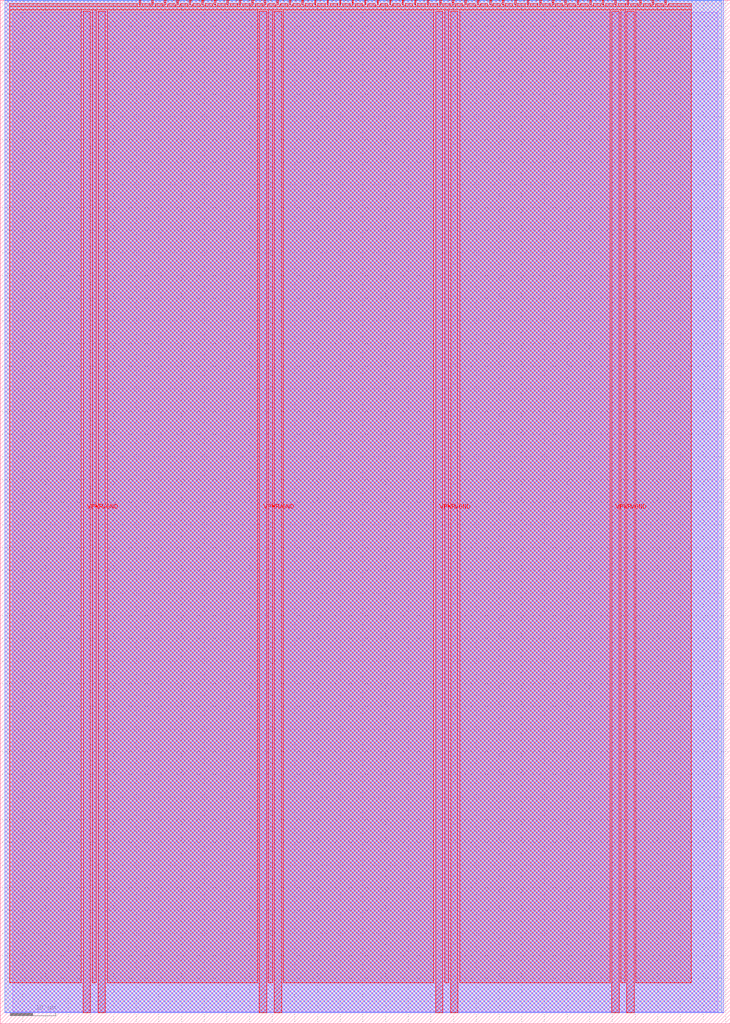
<source format=lef>
VERSION 5.7 ;
  NOWIREEXTENSIONATPIN ON ;
  DIVIDERCHAR "/" ;
  BUSBITCHARS "[]" ;
MACRO tt_um_tt08_wirecube
  CLASS BLOCK ;
  FOREIGN tt_um_tt08_wirecube ;
  ORIGIN 0.000 0.000 ;
  SIZE 161.000 BY 225.760 ;
  PIN VGND
    DIRECTION INOUT ;
    USE GROUND ;
    PORT
      LAYER met4 ;
        RECT 21.580 2.480 23.180 223.280 ;
    END
    PORT
      LAYER met4 ;
        RECT 60.450 2.480 62.050 223.280 ;
    END
    PORT
      LAYER met4 ;
        RECT 99.320 2.480 100.920 223.280 ;
    END
    PORT
      LAYER met4 ;
        RECT 138.190 2.480 139.790 223.280 ;
    END
  END VGND
  PIN VPWR
    DIRECTION INOUT ;
    USE POWER ;
    PORT
      LAYER met4 ;
        RECT 18.280 2.480 19.880 223.280 ;
    END
    PORT
      LAYER met4 ;
        RECT 57.150 2.480 58.750 223.280 ;
    END
    PORT
      LAYER met4 ;
        RECT 96.020 2.480 97.620 223.280 ;
    END
    PORT
      LAYER met4 ;
        RECT 134.890 2.480 136.490 223.280 ;
    END
  END VPWR
  PIN clk
    DIRECTION INPUT ;
    USE SIGNAL ;
    ANTENNAGATEAREA 0.852000 ;
    PORT
      LAYER met4 ;
        RECT 143.830 224.760 144.130 225.760 ;
    END
  END clk
  PIN ena
    DIRECTION INPUT ;
    USE SIGNAL ;
    PORT
      LAYER met4 ;
        RECT 146.590 224.760 146.890 225.760 ;
    END
  END ena
  PIN rst_n
    DIRECTION INPUT ;
    USE SIGNAL ;
    ANTENNAGATEAREA 0.196500 ;
    ANTENNADIFFAREA 0.434700 ;
    PORT
      LAYER met4 ;
        RECT 141.070 224.760 141.370 225.760 ;
    END
  END rst_n
  PIN ui_in[0]
    DIRECTION INPUT ;
    USE SIGNAL ;
    ANTENNAGATEAREA 0.213000 ;
    PORT
      LAYER met4 ;
        RECT 138.310 224.760 138.610 225.760 ;
    END
  END ui_in[0]
  PIN ui_in[1]
    DIRECTION INPUT ;
    USE SIGNAL ;
    ANTENNAGATEAREA 0.196500 ;
    ANTENNADIFFAREA 0.869400 ;
    PORT
      LAYER met4 ;
        RECT 135.550 224.760 135.850 225.760 ;
    END
  END ui_in[1]
  PIN ui_in[2]
    DIRECTION INPUT ;
    USE SIGNAL ;
    ANTENNAGATEAREA 0.213000 ;
    PORT
      LAYER met4 ;
        RECT 132.790 224.760 133.090 225.760 ;
    END
  END ui_in[2]
  PIN ui_in[3]
    DIRECTION INPUT ;
    USE SIGNAL ;
    ANTENNAGATEAREA 0.196500 ;
    ANTENNADIFFAREA 0.434700 ;
    PORT
      LAYER met4 ;
        RECT 130.030 224.760 130.330 225.760 ;
    END
  END ui_in[3]
  PIN ui_in[4]
    DIRECTION INPUT ;
    USE SIGNAL ;
    ANTENNAGATEAREA 0.196500 ;
    ANTENNADIFFAREA 0.434700 ;
    PORT
      LAYER met4 ;
        RECT 127.270 224.760 127.570 225.760 ;
    END
  END ui_in[4]
  PIN ui_in[5]
    DIRECTION INPUT ;
    USE SIGNAL ;
    ANTENNAGATEAREA 0.213000 ;
    PORT
      LAYER met4 ;
        RECT 124.510 224.760 124.810 225.760 ;
    END
  END ui_in[5]
  PIN ui_in[6]
    DIRECTION INPUT ;
    USE SIGNAL ;
    ANTENNAGATEAREA 0.196500 ;
    ANTENNADIFFAREA 0.869400 ;
    PORT
      LAYER met4 ;
        RECT 121.750 224.760 122.050 225.760 ;
    END
  END ui_in[6]
  PIN ui_in[7]
    DIRECTION INPUT ;
    USE SIGNAL ;
    ANTENNAGATEAREA 0.196500 ;
    ANTENNADIFFAREA 0.434700 ;
    PORT
      LAYER met4 ;
        RECT 118.990 224.760 119.290 225.760 ;
    END
  END ui_in[7]
  PIN uio_in[0]
    DIRECTION INPUT ;
    USE SIGNAL ;
    PORT
      LAYER met4 ;
        RECT 116.230 224.760 116.530 225.760 ;
    END
  END uio_in[0]
  PIN uio_in[1]
    DIRECTION INPUT ;
    USE SIGNAL ;
    PORT
      LAYER met4 ;
        RECT 113.470 224.760 113.770 225.760 ;
    END
  END uio_in[1]
  PIN uio_in[2]
    DIRECTION INPUT ;
    USE SIGNAL ;
    PORT
      LAYER met4 ;
        RECT 110.710 224.760 111.010 225.760 ;
    END
  END uio_in[2]
  PIN uio_in[3]
    DIRECTION INPUT ;
    USE SIGNAL ;
    PORT
      LAYER met4 ;
        RECT 107.950 224.760 108.250 225.760 ;
    END
  END uio_in[3]
  PIN uio_in[4]
    DIRECTION INPUT ;
    USE SIGNAL ;
    PORT
      LAYER met4 ;
        RECT 105.190 224.760 105.490 225.760 ;
    END
  END uio_in[4]
  PIN uio_in[5]
    DIRECTION INPUT ;
    USE SIGNAL ;
    PORT
      LAYER met4 ;
        RECT 102.430 224.760 102.730 225.760 ;
    END
  END uio_in[5]
  PIN uio_in[6]
    DIRECTION INPUT ;
    USE SIGNAL ;
    PORT
      LAYER met4 ;
        RECT 99.670 224.760 99.970 225.760 ;
    END
  END uio_in[6]
  PIN uio_in[7]
    DIRECTION INPUT ;
    USE SIGNAL ;
    PORT
      LAYER met4 ;
        RECT 96.910 224.760 97.210 225.760 ;
    END
  END uio_in[7]
  PIN uio_oe[0]
    DIRECTION OUTPUT ;
    USE SIGNAL ;
    ANTENNADIFFAREA 0.445500 ;
    PORT
      LAYER met4 ;
        RECT 49.990 224.760 50.290 225.760 ;
    END
  END uio_oe[0]
  PIN uio_oe[1]
    DIRECTION OUTPUT ;
    USE SIGNAL ;
    ANTENNADIFFAREA 0.445500 ;
    PORT
      LAYER met4 ;
        RECT 47.230 224.760 47.530 225.760 ;
    END
  END uio_oe[1]
  PIN uio_oe[2]
    DIRECTION OUTPUT ;
    USE SIGNAL ;
    ANTENNADIFFAREA 0.445500 ;
    PORT
      LAYER met4 ;
        RECT 44.470 224.760 44.770 225.760 ;
    END
  END uio_oe[2]
  PIN uio_oe[3]
    DIRECTION OUTPUT ;
    USE SIGNAL ;
    ANTENNADIFFAREA 0.445500 ;
    PORT
      LAYER met4 ;
        RECT 41.710 224.760 42.010 225.760 ;
    END
  END uio_oe[3]
  PIN uio_oe[4]
    DIRECTION OUTPUT ;
    USE SIGNAL ;
    ANTENNADIFFAREA 0.445500 ;
    PORT
      LAYER met4 ;
        RECT 38.950 224.760 39.250 225.760 ;
    END
  END uio_oe[4]
  PIN uio_oe[5]
    DIRECTION OUTPUT ;
    USE SIGNAL ;
    ANTENNADIFFAREA 0.445500 ;
    PORT
      LAYER met4 ;
        RECT 36.190 224.760 36.490 225.760 ;
    END
  END uio_oe[5]
  PIN uio_oe[6]
    DIRECTION OUTPUT ;
    USE SIGNAL ;
    ANTENNADIFFAREA 0.445500 ;
    PORT
      LAYER met4 ;
        RECT 33.430 224.760 33.730 225.760 ;
    END
  END uio_oe[6]
  PIN uio_oe[7]
    DIRECTION OUTPUT ;
    USE SIGNAL ;
    ANTENNADIFFAREA 0.445500 ;
    PORT
      LAYER met4 ;
        RECT 30.670 224.760 30.970 225.760 ;
    END
  END uio_oe[7]
  PIN uio_out[0]
    DIRECTION OUTPUT ;
    USE SIGNAL ;
    ANTENNADIFFAREA 0.445500 ;
    PORT
      LAYER met4 ;
        RECT 72.070 224.760 72.370 225.760 ;
    END
  END uio_out[0]
  PIN uio_out[1]
    DIRECTION OUTPUT ;
    USE SIGNAL ;
    ANTENNADIFFAREA 0.445500 ;
    PORT
      LAYER met4 ;
        RECT 69.310 224.760 69.610 225.760 ;
    END
  END uio_out[1]
  PIN uio_out[2]
    DIRECTION OUTPUT ;
    USE SIGNAL ;
    ANTENNADIFFAREA 0.445500 ;
    PORT
      LAYER met4 ;
        RECT 66.550 224.760 66.850 225.760 ;
    END
  END uio_out[2]
  PIN uio_out[3]
    DIRECTION OUTPUT ;
    USE SIGNAL ;
    ANTENNADIFFAREA 0.445500 ;
    PORT
      LAYER met4 ;
        RECT 63.790 224.760 64.090 225.760 ;
    END
  END uio_out[3]
  PIN uio_out[4]
    DIRECTION OUTPUT ;
    USE SIGNAL ;
    ANTENNADIFFAREA 0.445500 ;
    PORT
      LAYER met4 ;
        RECT 61.030 224.760 61.330 225.760 ;
    END
  END uio_out[4]
  PIN uio_out[5]
    DIRECTION OUTPUT ;
    USE SIGNAL ;
    ANTENNADIFFAREA 0.445500 ;
    PORT
      LAYER met4 ;
        RECT 58.270 224.760 58.570 225.760 ;
    END
  END uio_out[5]
  PIN uio_out[6]
    DIRECTION OUTPUT ;
    USE SIGNAL ;
    ANTENNADIFFAREA 0.445500 ;
    PORT
      LAYER met4 ;
        RECT 55.510 224.760 55.810 225.760 ;
    END
  END uio_out[6]
  PIN uio_out[7]
    DIRECTION OUTPUT ;
    USE SIGNAL ;
    ANTENNADIFFAREA 0.445500 ;
    PORT
      LAYER met4 ;
        RECT 52.750 224.760 53.050 225.760 ;
    END
  END uio_out[7]
  PIN uo_out[0]
    DIRECTION OUTPUT ;
    USE SIGNAL ;
    ANTENNADIFFAREA 0.891000 ;
    PORT
      LAYER met4 ;
        RECT 94.150 224.760 94.450 225.760 ;
    END
  END uo_out[0]
  PIN uo_out[1]
    DIRECTION OUTPUT ;
    USE SIGNAL ;
    ANTENNADIFFAREA 0.891000 ;
    PORT
      LAYER met4 ;
        RECT 91.390 224.760 91.690 225.760 ;
    END
  END uo_out[1]
  PIN uo_out[2]
    DIRECTION OUTPUT ;
    USE SIGNAL ;
    ANTENNADIFFAREA 0.891000 ;
    PORT
      LAYER met4 ;
        RECT 88.630 224.760 88.930 225.760 ;
    END
  END uo_out[2]
  PIN uo_out[3]
    DIRECTION OUTPUT ;
    USE SIGNAL ;
    ANTENNADIFFAREA 0.795200 ;
    PORT
      LAYER met4 ;
        RECT 85.870 224.760 86.170 225.760 ;
    END
  END uo_out[3]
  PIN uo_out[4]
    DIRECTION OUTPUT ;
    USE SIGNAL ;
    ANTENNADIFFAREA 0.891000 ;
    PORT
      LAYER met4 ;
        RECT 83.110 224.760 83.410 225.760 ;
    END
  END uo_out[4]
  PIN uo_out[5]
    DIRECTION OUTPUT ;
    USE SIGNAL ;
    ANTENNADIFFAREA 0.891000 ;
    PORT
      LAYER met4 ;
        RECT 80.350 224.760 80.650 225.760 ;
    END
  END uo_out[5]
  PIN uo_out[6]
    DIRECTION OUTPUT ;
    USE SIGNAL ;
    ANTENNADIFFAREA 0.891000 ;
    PORT
      LAYER met4 ;
        RECT 77.590 224.760 77.890 225.760 ;
    END
  END uo_out[6]
  PIN uo_out[7]
    DIRECTION OUTPUT ;
    USE SIGNAL ;
    ANTENNADIFFAREA 0.445500 ;
    PORT
      LAYER met4 ;
        RECT 74.830 224.760 75.130 225.760 ;
    END
  END uo_out[7]
  OBS
      LAYER li1 ;
        RECT 2.760 2.635 158.240 223.125 ;
      LAYER met1 ;
        RECT 0.990 2.480 159.550 225.720 ;
      LAYER met2 ;
        RECT 1.010 2.535 159.520 225.750 ;
      LAYER met3 ;
        RECT 0.985 2.555 159.095 225.585 ;
      LAYER met4 ;
        RECT 2.135 224.360 30.270 224.905 ;
        RECT 31.370 224.360 33.030 224.905 ;
        RECT 34.130 224.360 35.790 224.905 ;
        RECT 36.890 224.360 38.550 224.905 ;
        RECT 39.650 224.360 41.310 224.905 ;
        RECT 42.410 224.360 44.070 224.905 ;
        RECT 45.170 224.360 46.830 224.905 ;
        RECT 47.930 224.360 49.590 224.905 ;
        RECT 50.690 224.360 52.350 224.905 ;
        RECT 53.450 224.360 55.110 224.905 ;
        RECT 56.210 224.360 57.870 224.905 ;
        RECT 58.970 224.360 60.630 224.905 ;
        RECT 61.730 224.360 63.390 224.905 ;
        RECT 64.490 224.360 66.150 224.905 ;
        RECT 67.250 224.360 68.910 224.905 ;
        RECT 70.010 224.360 71.670 224.905 ;
        RECT 72.770 224.360 74.430 224.905 ;
        RECT 75.530 224.360 77.190 224.905 ;
        RECT 78.290 224.360 79.950 224.905 ;
        RECT 81.050 224.360 82.710 224.905 ;
        RECT 83.810 224.360 85.470 224.905 ;
        RECT 86.570 224.360 88.230 224.905 ;
        RECT 89.330 224.360 90.990 224.905 ;
        RECT 92.090 224.360 93.750 224.905 ;
        RECT 94.850 224.360 96.510 224.905 ;
        RECT 97.610 224.360 99.270 224.905 ;
        RECT 100.370 224.360 102.030 224.905 ;
        RECT 103.130 224.360 104.790 224.905 ;
        RECT 105.890 224.360 107.550 224.905 ;
        RECT 108.650 224.360 110.310 224.905 ;
        RECT 111.410 224.360 113.070 224.905 ;
        RECT 114.170 224.360 115.830 224.905 ;
        RECT 116.930 224.360 118.590 224.905 ;
        RECT 119.690 224.360 121.350 224.905 ;
        RECT 122.450 224.360 124.110 224.905 ;
        RECT 125.210 224.360 126.870 224.905 ;
        RECT 127.970 224.360 129.630 224.905 ;
        RECT 130.730 224.360 132.390 224.905 ;
        RECT 133.490 224.360 135.150 224.905 ;
        RECT 136.250 224.360 137.910 224.905 ;
        RECT 139.010 224.360 140.670 224.905 ;
        RECT 141.770 224.360 143.430 224.905 ;
        RECT 144.530 224.360 146.190 224.905 ;
        RECT 147.290 224.360 152.425 224.905 ;
        RECT 2.135 223.680 152.425 224.360 ;
        RECT 2.135 9.015 17.880 223.680 ;
        RECT 20.280 9.015 21.180 223.680 ;
        RECT 23.580 9.015 56.750 223.680 ;
        RECT 59.150 9.015 60.050 223.680 ;
        RECT 62.450 9.015 95.620 223.680 ;
        RECT 98.020 9.015 98.920 223.680 ;
        RECT 101.320 9.015 134.490 223.680 ;
        RECT 136.890 9.015 137.790 223.680 ;
        RECT 140.190 9.015 152.425 223.680 ;
  END
END tt_um_tt08_wirecube
END LIBRARY


</source>
